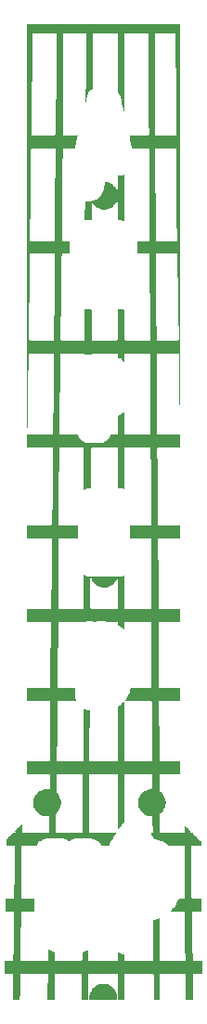
<source format=gto>
G04*
G04 #@! TF.GenerationSoftware,Altium Limited,Altium Designer,21.2.0 (30)*
G04*
G04 Layer_Color=65535*
%FSLAX25Y25*%
%MOIN*%
G70*
G04*
G04 #@! TF.SameCoordinates,4CBECB1B-55B4-4B8D-9185-352C28CE6FA5*
G04*
G04*
G04 #@! TF.FilePolarity,Positive*
G04*
G01*
G75*
G36*
X110855Y458029D02*
Y457756D01*
Y343939D01*
X110582D01*
Y352128D01*
X102666D01*
Y351855D01*
X102394D01*
Y348306D01*
X102666D01*
Y324288D01*
X110855D01*
Y319648D01*
X102666D01*
Y311732D01*
X102939D01*
Y294264D01*
X110855D01*
Y289624D01*
X102939D01*
Y265878D01*
X110855D01*
Y261238D01*
X102939D01*
Y252231D01*
X103212D01*
Y239676D01*
X103485D01*
Y239403D01*
X110855D01*
Y234763D01*
X103212D01*
Y228758D01*
X103485D01*
Y228485D01*
X104031D01*
Y228212D01*
X104304D01*
Y227666D01*
X104577D01*
Y227394D01*
X104850D01*
Y226848D01*
X105123D01*
Y226302D01*
X105396D01*
Y225210D01*
X105669D01*
Y224118D01*
X105396D01*
Y223026D01*
X105123D01*
Y222481D01*
X104850D01*
Y221935D01*
X104577D01*
Y221389D01*
X104304D01*
Y221116D01*
X104031D01*
Y220843D01*
X103485D01*
Y220570D01*
X103212D01*
Y213747D01*
X112220D01*
Y216476D01*
X112492D01*
Y216203D01*
X112765D01*
Y215930D01*
X113038D01*
Y215657D01*
X113311D01*
Y215384D01*
X113584D01*
Y215111D01*
X113857D01*
Y214838D01*
X114130D01*
Y214565D01*
X114403D01*
Y214019D01*
X114676D01*
Y213747D01*
X115222D01*
Y213474D01*
X115495D01*
Y213201D01*
X115768D01*
Y212928D01*
X116041D01*
Y212655D01*
X116314D01*
Y212382D01*
X116586D01*
Y212109D01*
X116859D01*
Y211836D01*
X117132D01*
Y211563D01*
X117405D01*
Y211290D01*
X117678D01*
Y211017D01*
X117951D01*
Y210744D01*
X118224D01*
Y210471D01*
X118497D01*
Y209106D01*
X114676D01*
Y190547D01*
X114949D01*
Y190274D01*
X118497D01*
Y185634D01*
X114949D01*
Y170622D01*
X115222D01*
Y167892D01*
X118770D01*
Y163252D01*
X115222D01*
Y153972D01*
X112765D01*
Y163252D01*
X103485D01*
Y153972D01*
X101302D01*
Y162979D01*
X101029D01*
Y163252D01*
X90657D01*
Y153972D01*
X88474D01*
Y163252D01*
X77829D01*
Y153972D01*
X75372D01*
Y163252D01*
X65547D01*
Y153972D01*
X63090D01*
Y159977D01*
X63363D01*
Y163252D01*
X53264D01*
Y155337D01*
X52991D01*
Y153972D01*
X50808D01*
Y163252D01*
X47805D01*
Y167892D01*
X50808D01*
Y170349D01*
X51081D01*
Y185634D01*
X48078D01*
Y190274D01*
X51081D01*
Y195186D01*
X51354D01*
Y209106D01*
X48351D01*
Y211563D01*
X48624D01*
Y211836D01*
X48897D01*
Y212109D01*
X49170D01*
Y212382D01*
X49443D01*
Y212655D01*
X49716D01*
Y212928D01*
X49989D01*
Y213201D01*
X50262D01*
Y213474D01*
X50535D01*
Y213747D01*
X51354D01*
Y214019D01*
X51626D01*
Y214292D01*
X51354D01*
Y214565D01*
X51626D01*
Y214838D01*
X51899D01*
Y215111D01*
X52172D01*
Y215384D01*
X52445D01*
Y215657D01*
X52718D01*
Y215930D01*
X52991D01*
Y216203D01*
X53264D01*
Y216476D01*
X53537D01*
Y216749D01*
X53810D01*
Y217022D01*
X54083D01*
Y213747D01*
X63636D01*
Y219751D01*
X61725D01*
Y220024D01*
X60906D01*
Y220297D01*
X60361D01*
Y220570D01*
X60088D01*
Y220843D01*
X59815D01*
Y221116D01*
X59269D01*
Y221662D01*
X58996D01*
Y221935D01*
X58723D01*
Y222481D01*
X58450D01*
Y223026D01*
X58177D01*
Y224118D01*
X57904D01*
Y225210D01*
X58177D01*
Y226302D01*
X58450D01*
Y226848D01*
X58723D01*
Y227394D01*
X58996D01*
Y227666D01*
X59269D01*
Y228212D01*
X59815D01*
Y228485D01*
X60088D01*
Y228758D01*
X60361D01*
Y229031D01*
X60906D01*
Y229304D01*
X61725D01*
Y229577D01*
X63909D01*
Y234763D01*
X55721D01*
Y239403D01*
X63909D01*
Y258782D01*
X64182D01*
Y261238D01*
X55721D01*
Y265878D01*
X64182D01*
Y280071D01*
X64455D01*
Y289624D01*
X55721D01*
Y294264D01*
X64455D01*
Y301361D01*
X64728D01*
Y319648D01*
X55721D01*
Y324288D01*
X64455D01*
Y324561D01*
X64728D01*
Y329747D01*
X65001D01*
Y352128D01*
X55721D01*
Y356768D01*
X65001D01*
Y364410D01*
X65274D01*
Y385972D01*
X56266D01*
Y379968D01*
X55994D01*
Y359224D01*
X55721D01*
Y504156D01*
X110855D01*
Y458029D01*
D02*
G37*
G36*
X83834Y159431D02*
X84925D01*
Y159158D01*
X85471D01*
Y158885D01*
X86017D01*
Y158612D01*
X86290D01*
Y158340D01*
X86563D01*
Y158066D01*
X86836D01*
Y157794D01*
X87109D01*
Y157521D01*
X87382D01*
Y156975D01*
X87655D01*
Y156156D01*
X87928D01*
Y153972D01*
X78102D01*
Y155610D01*
X78375D01*
Y156429D01*
X78648D01*
Y156975D01*
X78921D01*
Y157521D01*
X79194D01*
Y157794D01*
X79466D01*
Y158066D01*
X79739D01*
Y158340D01*
X80012D01*
Y158612D01*
X80285D01*
Y158885D01*
X80831D01*
Y159158D01*
X81377D01*
Y159431D01*
X82196D01*
Y159704D01*
X83834D01*
Y159431D01*
D02*
G37*
%LPC*%
G36*
X99391Y500881D02*
X90657D01*
Y472768D01*
X90384D01*
Y474132D01*
X90111D01*
Y475224D01*
X89838D01*
Y476316D01*
X89565D01*
Y477681D01*
X89292D01*
Y478500D01*
X89020D01*
Y479045D01*
X88747D01*
Y479591D01*
X88474D01*
Y479864D01*
X88201D01*
Y500881D01*
X79466D01*
Y480956D01*
X78921D01*
Y480683D01*
X78648D01*
Y480410D01*
X78375D01*
Y480137D01*
X78102D01*
Y479864D01*
X77829D01*
Y479318D01*
X77556D01*
Y478772D01*
X77283D01*
Y477954D01*
X77010D01*
Y476316D01*
X76737D01*
Y480956D01*
X77010D01*
Y500881D01*
X68822D01*
Y490782D01*
X68549D01*
Y464306D01*
X74008D01*
Y463761D01*
X73735D01*
Y462396D01*
X73462D01*
Y461031D01*
X73189D01*
Y459939D01*
X72916D01*
Y459666D01*
X68549D01*
Y455845D01*
X68276D01*
Y426368D01*
X71005D01*
Y421728D01*
X68276D01*
Y420909D01*
X68003D01*
Y399346D01*
X67730D01*
Y390885D01*
X68003D01*
Y390612D01*
X76464D01*
Y401803D01*
X78648D01*
Y401530D01*
X78921D01*
Y390612D01*
X87928D01*
Y390885D01*
X88201D01*
Y401530D01*
X88474D01*
Y401803D01*
X90384D01*
Y401530D01*
X90657D01*
Y390885D01*
X90930D01*
Y390612D01*
X99937D01*
Y407535D01*
X99664D01*
Y421728D01*
X95297D01*
Y426368D01*
X99664D01*
Y459394D01*
X99391D01*
Y459666D01*
X93387D01*
Y460485D01*
X93114D01*
Y461850D01*
X92841D01*
Y462942D01*
X92568D01*
Y464306D01*
X99391D01*
Y464579D01*
X99664D01*
Y466763D01*
X99391D01*
Y500881D01*
D02*
G37*
G36*
X108944D02*
X101575D01*
Y491874D01*
X101848D01*
Y491601D01*
Y491328D01*
Y464306D01*
X109217D01*
Y488598D01*
X108944D01*
Y500881D01*
D02*
G37*
G36*
X66365D02*
X57631D01*
Y483685D01*
X57358D01*
Y464306D01*
X65820D01*
Y464579D01*
X66092D01*
Y464852D01*
Y477135D01*
X66365D01*
Y500881D01*
D02*
G37*
G36*
X109217Y459666D02*
X101848D01*
Y443563D01*
X102121D01*
Y426368D01*
X109763D01*
Y430735D01*
X109490D01*
Y459394D01*
X109217D01*
Y459666D01*
D02*
G37*
G36*
X66092D02*
X57358D01*
Y459121D01*
X57085D01*
Y451478D01*
Y451205D01*
Y434283D01*
X56812D01*
Y426368D01*
X65547D01*
Y426641D01*
X65820D01*
Y449022D01*
X66092D01*
Y459666D01*
D02*
G37*
G36*
X109763Y421728D02*
X102121D01*
Y409172D01*
Y408899D01*
Y395798D01*
X102394D01*
Y390612D01*
X110036D01*
Y390885D01*
X110309D01*
Y395798D01*
X110036D01*
Y413267D01*
X109763D01*
Y421728D01*
D02*
G37*
G36*
X65547D02*
X56812D01*
Y419271D01*
X56539D01*
Y404259D01*
X56266D01*
Y390885D01*
X56539D01*
Y390612D01*
X65274D01*
Y399620D01*
X65547D01*
Y421182D01*
X65820D01*
Y421455D01*
X65547D01*
Y421728D01*
D02*
G37*
G36*
X99937Y385972D02*
X90657D01*
Y382970D01*
X90384D01*
Y383243D01*
X90111D01*
Y383516D01*
X89838D01*
Y383789D01*
X89565D01*
Y384062D01*
X89020D01*
Y384335D01*
X88474D01*
Y384608D01*
X88201D01*
Y385972D01*
X78921D01*
Y385700D01*
X77283D01*
Y385426D01*
X76464D01*
Y385972D01*
X67730D01*
Y371779D01*
X67457D01*
Y356768D01*
X74008D01*
Y356222D01*
X74281D01*
Y355676D01*
X74554D01*
Y355403D01*
X74827D01*
Y355130D01*
X75099D01*
Y354857D01*
X75372D01*
Y354584D01*
X75918D01*
Y354311D01*
X76464D01*
Y354038D01*
X77283D01*
Y353765D01*
X82469D01*
Y354038D01*
X83288D01*
Y354311D01*
X83834D01*
Y354584D01*
X84380D01*
Y354857D01*
X84652D01*
Y355130D01*
X84925D01*
Y355403D01*
X85198D01*
Y355676D01*
X85471D01*
Y356222D01*
X85744D01*
Y356768D01*
X88201D01*
Y363591D01*
X88747D01*
Y363864D01*
X89292D01*
Y364137D01*
X89565D01*
Y364410D01*
X90111D01*
Y364683D01*
X90384D01*
Y364956D01*
X90657D01*
Y356768D01*
X99937D01*
Y385972D01*
D02*
G37*
G36*
X110309D02*
X102394D01*
Y368777D01*
Y368504D01*
Y357041D01*
X102666D01*
Y356768D01*
X110582D01*
Y367412D01*
X110309D01*
Y385972D01*
D02*
G37*
G36*
X99937Y352128D02*
X90657D01*
Y337116D01*
X90384D01*
Y337389D01*
X89565D01*
Y337662D01*
X88201D01*
Y352128D01*
X78921D01*
Y351855D01*
X78648D01*
Y339026D01*
Y338754D01*
Y337662D01*
X77829D01*
Y337389D01*
X77010D01*
Y337116D01*
X76464D01*
Y336843D01*
X76191D01*
Y352128D01*
X67457D01*
Y343394D01*
X67184D01*
Y324288D01*
X74008D01*
Y319648D01*
X67184D01*
Y314735D01*
X66911D01*
Y294264D01*
X75918D01*
Y294537D01*
X76191D01*
Y306546D01*
X76464D01*
Y306274D01*
X77010D01*
Y306001D01*
X77829D01*
Y305728D01*
X89565D01*
Y306001D01*
X90384D01*
Y306274D01*
X90657D01*
Y294264D01*
X100210D01*
Y294537D01*
X100483D01*
Y311459D01*
X100210D01*
Y319648D01*
X92568D01*
Y324288D01*
X100210D01*
Y347761D01*
X99937D01*
Y352128D01*
D02*
G37*
G36*
X78921Y305182D02*
X78375D01*
Y294537D01*
X78648D01*
Y294264D01*
X88201D01*
Y304909D01*
X87928D01*
Y304636D01*
X87655D01*
Y304090D01*
X87382D01*
Y303817D01*
X87109D01*
Y303271D01*
X86563D01*
Y302998D01*
X86290D01*
Y302725D01*
X86017D01*
Y302452D01*
X85471D01*
Y302180D01*
X84652D01*
Y301906D01*
X82196D01*
Y302180D01*
X81377D01*
Y302452D01*
X80831D01*
Y302725D01*
X80558D01*
Y302998D01*
X80285D01*
Y303271D01*
X80012D01*
Y303544D01*
X79739D01*
Y303817D01*
X79466D01*
Y304090D01*
X79194D01*
Y304636D01*
X78921D01*
Y305182D01*
D02*
G37*
G36*
X84106Y289897D02*
X80831D01*
Y289624D01*
X79466D01*
Y289897D01*
X77010D01*
Y289624D01*
X76191D01*
Y289351D01*
X75918D01*
Y289624D01*
X66911D01*
Y280071D01*
X66638D01*
Y265878D01*
X73189D01*
Y261784D01*
X73462D01*
Y261238D01*
X66638D01*
Y244862D01*
X66365D01*
Y239676D01*
X66638D01*
Y239403D01*
X75645D01*
Y239676D01*
X75918D01*
Y258509D01*
X76191D01*
Y258236D01*
X77010D01*
Y257963D01*
X78375D01*
Y251412D01*
X78102D01*
Y239676D01*
X78375D01*
Y239403D01*
X87928D01*
Y239676D01*
X88201D01*
Y259055D01*
X88474D01*
Y259328D01*
X88747D01*
Y259601D01*
X89292D01*
Y259874D01*
X89565D01*
Y260146D01*
X89838D01*
Y260420D01*
X90111D01*
Y260692D01*
X90384D01*
Y260965D01*
X90657D01*
Y239676D01*
X90930D01*
Y239403D01*
X100483D01*
Y239676D01*
X100756D01*
Y260965D01*
X100483D01*
Y261238D01*
X90930D01*
Y261511D01*
X91203D01*
Y261784D01*
X91476D01*
Y262330D01*
X91749D01*
Y262876D01*
X92022D01*
Y263422D01*
X92295D01*
Y263968D01*
X92568D01*
Y264787D01*
X92841D01*
Y265605D01*
X93114D01*
Y265878D01*
X100483D01*
Y289351D01*
X100210D01*
Y289624D01*
X90657D01*
Y286895D01*
X90384D01*
Y287168D01*
X90111D01*
Y287441D01*
X89838D01*
Y287714D01*
X89292D01*
Y287986D01*
X89020D01*
Y288260D01*
X88474D01*
Y288532D01*
X88201D01*
Y289624D01*
X84106D01*
Y289897D01*
D02*
G37*
G36*
X100756Y234763D02*
X90657D01*
Y217568D01*
X90384D01*
Y217295D01*
X90111D01*
Y217022D01*
X89838D01*
Y216749D01*
X89565D01*
Y216203D01*
X89292D01*
Y215930D01*
X89020D01*
Y215384D01*
X88747D01*
Y215111D01*
X88474D01*
Y214565D01*
X88201D01*
Y234763D01*
X78102D01*
Y213747D01*
X87655D01*
Y213201D01*
X87382D01*
Y212928D01*
X87109D01*
Y212382D01*
X86836D01*
Y212109D01*
X86563D01*
Y211563D01*
X86290D01*
Y211290D01*
X86017D01*
Y210744D01*
X85744D01*
Y210198D01*
X85471D01*
Y209925D01*
X85198D01*
Y209380D01*
X84925D01*
Y209106D01*
X82469D01*
Y209380D01*
X82196D01*
Y209925D01*
X81923D01*
Y210198D01*
X81650D01*
Y210471D01*
X81377D01*
Y210744D01*
X81104D01*
Y211017D01*
X80558D01*
Y211290D01*
X80012D01*
Y211563D01*
X79194D01*
Y211836D01*
X72643D01*
Y211563D01*
X71824D01*
Y211290D01*
X71278D01*
Y211017D01*
X70460D01*
Y211290D01*
X69914D01*
Y211563D01*
X69095D01*
Y211836D01*
X62271D01*
Y211563D01*
X61452D01*
Y211290D01*
X60906D01*
Y211017D01*
X60361D01*
Y210744D01*
X60088D01*
Y210471D01*
X59815D01*
Y210198D01*
X59542D01*
Y209925D01*
X59269D01*
Y209380D01*
X58996D01*
Y209106D01*
X53810D01*
Y194914D01*
X53537D01*
Y190547D01*
X53810D01*
Y190274D01*
X58450D01*
Y185634D01*
X53537D01*
Y179902D01*
X53264D01*
Y167892D01*
X63363D01*
Y171986D01*
X63909D01*
Y171714D01*
X64455D01*
Y171441D01*
X64728D01*
Y171168D01*
X65274D01*
Y170895D01*
X65820D01*
Y167892D01*
X75372D01*
Y168165D01*
X75645D01*
Y170895D01*
X76191D01*
Y171168D01*
X76737D01*
Y171441D01*
X77283D01*
Y171714D01*
X77829D01*
Y167892D01*
X88474D01*
Y170895D01*
X89020D01*
Y170622D01*
X89565D01*
Y170349D01*
X90384D01*
Y170076D01*
X90657D01*
Y167892D01*
X101029D01*
Y182631D01*
X102121D01*
Y182904D01*
X102939D01*
Y183177D01*
X103485D01*
Y167892D01*
X112765D01*
Y170622D01*
X112492D01*
Y185634D01*
X107307D01*
Y185907D01*
X107580D01*
Y186179D01*
X107852D01*
Y186452D01*
X108125D01*
Y186725D01*
X108398D01*
Y186998D01*
X108671D01*
Y187271D01*
X108944D01*
Y187817D01*
X109217D01*
Y188363D01*
X109490D01*
Y188909D01*
X109763D01*
Y189455D01*
X110036D01*
Y190001D01*
X110309D01*
Y190274D01*
X112492D01*
Y199008D01*
X112220D01*
Y209106D01*
X106761D01*
Y209380D01*
X106215D01*
Y209652D01*
X105942D01*
Y209925D01*
X105669D01*
Y210198D01*
X105123D01*
Y210471D01*
X104577D01*
Y210744D01*
X104031D01*
Y211017D01*
X103212D01*
Y211290D01*
X102394D01*
Y211563D01*
X101302D01*
Y211836D01*
X101029D01*
Y212382D01*
X100756D01*
Y212928D01*
X100483D01*
Y213201D01*
X100210D01*
Y213747D01*
X101029D01*
Y216203D01*
X100756D01*
Y219751D01*
X99391D01*
Y220024D01*
X98572D01*
Y220297D01*
X98027D01*
Y220570D01*
X97754D01*
Y220843D01*
X97208D01*
Y221116D01*
X96935D01*
Y221389D01*
X96662D01*
Y221935D01*
X96389D01*
Y222481D01*
X96116D01*
Y223026D01*
X95843D01*
Y223845D01*
X95570D01*
Y225483D01*
X95843D01*
Y226302D01*
X96116D01*
Y226848D01*
X96389D01*
Y227394D01*
X96662D01*
Y227940D01*
X96935D01*
Y228212D01*
X97208D01*
Y228485D01*
X97754D01*
Y228758D01*
X98027D01*
Y229031D01*
X98572D01*
Y229304D01*
X99391D01*
Y229577D01*
X100483D01*
Y229850D01*
X100756D01*
Y234763D01*
D02*
G37*
G36*
X75645D02*
X66365D01*
Y228212D01*
X66638D01*
Y227940D01*
X66911D01*
Y227394D01*
X67184D01*
Y227121D01*
X67457D01*
Y226302D01*
X67730D01*
Y225483D01*
X68003D01*
Y223845D01*
X67730D01*
Y223026D01*
X67457D01*
Y222208D01*
X67184D01*
Y221935D01*
X66911D01*
Y221389D01*
X66638D01*
Y221116D01*
X66365D01*
Y220570D01*
X66092D01*
Y214019D01*
X66365D01*
Y213747D01*
X75645D01*
Y234763D01*
D02*
G37*
%LPD*%
G36*
X90657Y433464D02*
X89838D01*
Y433737D01*
X88201D01*
Y440288D01*
X87655D01*
Y439742D01*
X87382D01*
Y439469D01*
X87109D01*
Y439196D01*
X86836D01*
Y438923D01*
X86563D01*
Y438650D01*
X86290D01*
Y438377D01*
X85744D01*
Y438104D01*
X85198D01*
Y437831D01*
X84380D01*
Y437558D01*
X82469D01*
Y437831D01*
X81650D01*
Y438104D01*
X81104D01*
Y438377D01*
X80558D01*
Y438650D01*
X80285D01*
Y438923D01*
X80012D01*
Y439196D01*
X79739D01*
Y439469D01*
X79466D01*
Y439742D01*
X79194D01*
Y433737D01*
X76464D01*
Y437558D01*
X76737D01*
Y439196D01*
Y439469D01*
Y440561D01*
X79194D01*
Y440834D01*
X80012D01*
Y441107D01*
X80558D01*
Y441379D01*
X81104D01*
Y441652D01*
X81377D01*
Y441925D01*
X81650D01*
Y442198D01*
X81923D01*
Y442471D01*
X82196D01*
Y442744D01*
X82469D01*
Y443290D01*
X82742D01*
Y443836D01*
X83015D01*
Y444655D01*
X83288D01*
Y446292D01*
X83561D01*
Y447384D01*
X84925D01*
Y447111D01*
X85744D01*
Y446838D01*
X86290D01*
Y446565D01*
X86563D01*
Y446292D01*
X86836D01*
Y446020D01*
X87109D01*
Y445747D01*
X87382D01*
Y445474D01*
X87655D01*
Y444928D01*
X88201D01*
Y449841D01*
X90384D01*
Y450114D01*
X90657D01*
Y433464D01*
D02*
G37*
M02*

</source>
